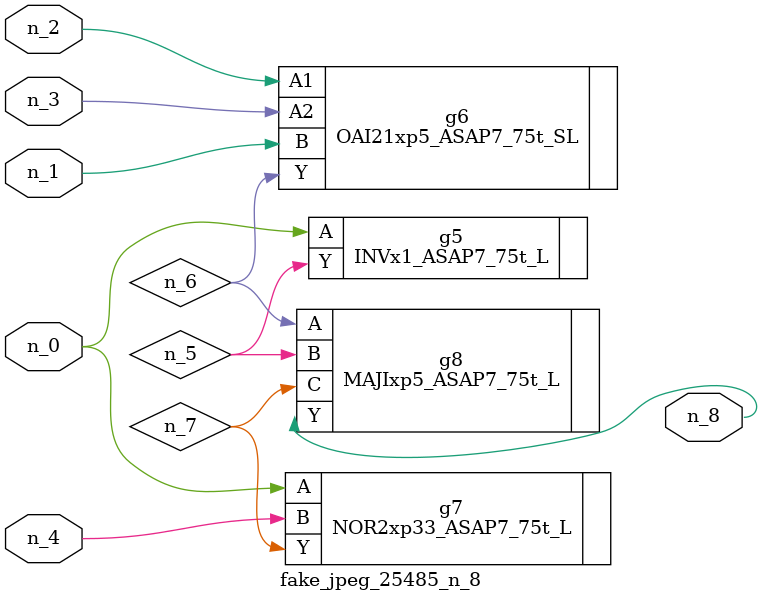
<source format=v>
module fake_jpeg_25485_n_8 (n_3, n_2, n_1, n_0, n_4, n_8);

input n_3;
input n_2;
input n_1;
input n_0;
input n_4;

output n_8;

wire n_6;
wire n_5;
wire n_7;

INVx1_ASAP7_75t_L g5 ( 
.A(n_0),
.Y(n_5)
);

OAI21xp5_ASAP7_75t_SL g6 ( 
.A1(n_2),
.A2(n_3),
.B(n_1),
.Y(n_6)
);

NOR2xp33_ASAP7_75t_L g7 ( 
.A(n_0),
.B(n_4),
.Y(n_7)
);

MAJIxp5_ASAP7_75t_L g8 ( 
.A(n_6),
.B(n_5),
.C(n_7),
.Y(n_8)
);


endmodule
</source>
